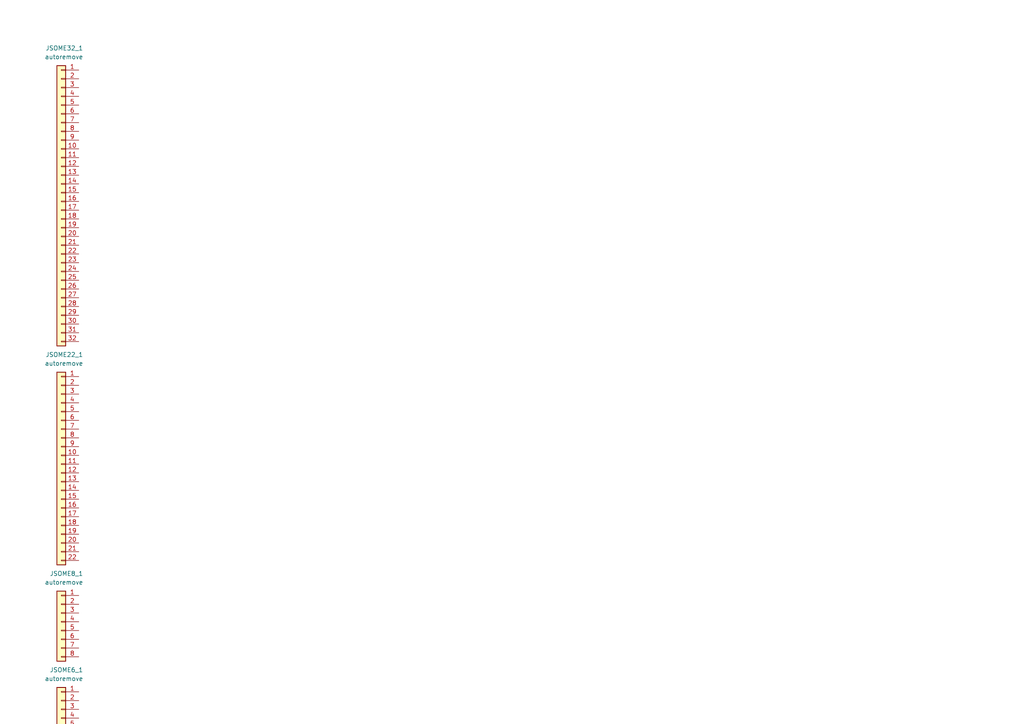
<source format=kicad_sch>
(kicad_sch (version 20230121) (generator eeschema)
  (paper "A4")
  (lib_symbols
    (symbol "Connector_Generic:Conn_01x02" (pin_names (offset 1.016) hide)
      (property "Reference" "J" (at 0 2.54 0))
      (property "Value" "Conn_01x02" (at 0 -5.08 0))
      (symbol "Conn_01x02_1_1"
        (rectangle (start -1.27 -2.413) (end 0 -2.667) (stroke (width 0.1524)))
        (rectangle (start -1.27 0.127) (end 0 -0.127) (stroke (width 0.1524)))
        (rectangle (start -1.27 1.27) (end 1.27 -3.81) (stroke (width 0.254)) (fill (type background)))
        (pin passive line (at -5.08 0 0) (length 3.81) (name "Pin_1") (number "1"))
        (pin passive line (at -5.08 -2.54 0) (length 3.81) (name "Pin_2") (number "2"))
      )
    )
    (symbol "Connector_Generic:Conn_01x04" (pin_names (offset 1.016) hide)
      (property "Reference" "J" (at 0 5.08 0))
      (property "Value" "Conn_01x04" (at 0 -7.62 0))
      (symbol "Conn_01x04_1_1"
        (rectangle (start -1.27 -4.953) (end 0 -5.207) (stroke (width 0.1524)))
        (rectangle (start -1.27 -2.413) (end 0 -2.667) (stroke (width 0.1524)))
        (rectangle (start -1.27 0.127) (end 0 -0.127) (stroke (width 0.1524)))
        (rectangle (start -1.27 2.667) (end 0 2.413) (stroke (width 0.1524)))
        (rectangle (start -1.27 3.81) (end 1.27 -6.35) (stroke (width 0.254)) (fill (type background)))
        (pin passive line (at -5.08 2.54 0) (length 3.81) (name "Pin_1") (number "1"))
        (pin passive line (at -5.08 0 0) (length 3.81) (name "Pin_2") (number "2"))
        (pin passive line (at -5.08 -2.54 0) (length 3.81) (name "Pin_3") (number "3"))
        (pin passive line (at -5.08 -5.08 0) (length 3.81) (name "Pin_4") (number "4"))
      )
    )
    (symbol "Connector_Generic:Conn_01x05" (pin_names (offset 1.016) hide)
      (property "Reference" "J" (at 0 7.62 0))
      (property "Value" "Conn_01x05" (at 0 -7.62 0))
      (symbol "Conn_01x05_1_1"
        (rectangle (start -1.27 -4.953) (end 0 -5.207) (stroke (width 0.1524)))
        (rectangle (start -1.27 -2.413) (end 0 -2.667) (stroke (width 0.1524)))
        (rectangle (start -1.27 0.127) (end 0 -0.127) (stroke (width 0.1524)))
        (rectangle (start -1.27 2.667) (end 0 2.413) (stroke (width 0.1524)))
        (rectangle (start -1.27 5.207) (end 0 4.953) (stroke (width 0.1524)))
        (rectangle (start -1.27 6.35) (end 1.27 -6.35) (stroke (width 0.254)) (fill (type background)))
        (pin passive line (at -5.08 5.08 0) (length 3.81) (name "Pin_1") (number "1"))
        (pin passive line (at -5.08 2.54 0) (length 3.81) (name "Pin_2") (number "2"))
        (pin passive line (at -5.08 0 0) (length 3.81) (name "Pin_3") (number "3"))
        (pin passive line (at -5.08 -2.54 0) (length 3.81) (name "Pin_4") (number "4"))
        (pin passive line (at -5.08 -5.08 0) (length 3.81) (name "Pin_5") (number "5"))
      )
    )
    (symbol "Connector_Generic:Conn_01x06" (pin_names (offset 1.016) hide)
      (property "Reference" "J" (at 0 7.62 0))
      (property "Value" "Conn_01x06" (at 0 -10.16 0))
      (symbol "Conn_01x06_1_1"
        (rectangle (start -1.27 -7.493) (end 0 -7.747) (stroke (width 0.1524)))
        (rectangle (start -1.27 -4.953) (end 0 -5.207) (stroke (width 0.1524)))
        (rectangle (start -1.27 -2.413) (end 0 -2.667) (stroke (width 0.1524)))
        (rectangle (start -1.27 0.127) (end 0 -0.127) (stroke (width 0.1524)))
        (rectangle (start -1.27 2.667) (end 0 2.413) (stroke (width 0.1524)))
        (rectangle (start -1.27 5.207) (end 0 4.953) (stroke (width 0.1524)))
        (rectangle (start -1.27 6.35) (end 1.27 -8.89) (stroke (width 0.254)) (fill (type background)))
        (pin passive line (at -5.08 5.08 0) (length 3.81) (name "Pin_1") (number "1"))
        (pin passive line (at -5.08 2.54 0) (length 3.81) (name "Pin_2") (number "2"))
        (pin passive line (at -5.08 0 0) (length 3.81) (name "Pin_3") (number "3"))
        (pin passive line (at -5.08 -2.54 0) (length 3.81) (name "Pin_4") (number "4"))
        (pin passive line (at -5.08 -5.08 0) (length 3.81) (name "Pin_5") (number "5"))
        (pin passive line (at -5.08 -7.62 0) (length 3.81) (name "Pin_6") (number "6"))
      )
    )
    (symbol "Connector_Generic:Conn_01x08" (pin_names (offset 1.016) hide)
      (property "Reference" "J" (at 0 10.16 0))
      (property "Value" "Conn_01x08" (at 0 -12.7 0))
      (symbol "Conn_01x08_1_1"
        (rectangle (start -1.27 -10.033) (end 0 -10.287) (stroke (width 0.1524)))
        (rectangle (start -1.27 -7.493) (end 0 -7.747) (stroke (width 0.1524)))
        (rectangle (start -1.27 -4.953) (end 0 -5.207) (stroke (width 0.1524)))
        (rectangle (start -1.27 -2.413) (end 0 -2.667) (stroke (width 0.1524)))
        (rectangle (start -1.27 0.127) (end 0 -0.127) (stroke (width 0.1524)))
        (rectangle (start -1.27 2.667) (end 0 2.413) (stroke (width 0.1524)))
        (rectangle (start -1.27 5.207) (end 0 4.953) (stroke (width 0.1524)))
        (rectangle (start -1.27 7.747) (end 0 7.493) (stroke (width 0.1524)))
        (rectangle (start -1.27 8.89) (end 1.27 -11.43) (stroke (width 0.254)) (fill (type background)))
        (pin passive line (at -5.08 7.62 0) (length 3.81) (name "Pin_1") (number "1"))
        (pin passive line (at -5.08 5.08 0) (length 3.81) (name "Pin_2") (number "2"))
        (pin passive line (at -5.08 2.54 0) (length 3.81) (name "Pin_3") (number "3"))
        (pin passive line (at -5.08 0 0) (length 3.81) (name "Pin_4") (number "4"))
        (pin passive line (at -5.08 -2.54 0) (length 3.81) (name "Pin_5") (number "5"))
        (pin passive line (at -5.08 -5.08 0) (length 3.81) (name "Pin_6") (number "6"))
        (pin passive line (at -5.08 -7.62 0) (length 3.81) (name "Pin_7") (number "7"))
        (pin passive line (at -5.08 -10.16 0) (length 3.81) (name "Pin_8") (number "8"))
      )
    )
    (symbol "Connector_Generic:Conn_01x22" (pin_names (offset 1.016) hide)
      (property "Reference" "J" (at 0 27.94 0))
      (property "Value" "Conn_01x22" (at 0 -30.48 0))
      (symbol "Conn_01x22_1_1"
        (rectangle (start -1.27 -27.813) (end 0 -28.067) (stroke (width 0.1524)))
        (rectangle (start -1.27 -25.273) (end 0 -25.527) (stroke (width 0.1524)))
        (rectangle (start -1.27 -22.733) (end 0 -22.987) (stroke (width 0.1524)))
        (rectangle (start -1.27 -20.193) (end 0 -20.447) (stroke (width 0.1524)))
        (rectangle (start -1.27 -17.653) (end 0 -17.907) (stroke (width 0.1524)))
        (rectangle (start -1.27 -15.113) (end 0 -15.367) (stroke (width 0.1524)))
        (rectangle (start -1.27 -12.573) (end 0 -12.827) (stroke (width 0.1524)))
        (rectangle (start -1.27 -10.033) (end 0 -10.287) (stroke (width 0.1524)))
        (rectangle (start -1.27 -7.493) (end 0 -7.747) (stroke (width 0.1524)))
        (rectangle (start -1.27 -4.953) (end 0 -5.207) (stroke (width 0.1524)))
        (rectangle (start -1.27 -2.413) (end 0 -2.667) (stroke (width 0.1524)))
        (rectangle (start -1.27 0.127) (end 0 -0.127) (stroke (width 0.1524)))
        (rectangle (start -1.27 2.667) (end 0 2.413) (stroke (width 0.1524)))
        (rectangle (start -1.27 5.207) (end 0 4.953) (stroke (width 0.1524)))
        (rectangle (start -1.27 7.747) (end 0 7.493) (stroke (width 0.1524)))
        (rectangle (start -1.27 10.287) (end 0 10.033) (stroke (width 0.1524)))
        (rectangle (start -1.27 12.827) (end 0 12.573) (stroke (width 0.1524)))
        (rectangle (start -1.27 15.367) (end 0 15.113) (stroke (width 0.1524)))
        (rectangle (start -1.27 17.907) (end 0 17.653) (stroke (width 0.1524)))
        (rectangle (start -1.27 20.447) (end 0 20.193) (stroke (width 0.1524)))
        (rectangle (start -1.27 22.987) (end 0 22.733) (stroke (width 0.1524)))
        (rectangle (start -1.27 25.527) (end 0 25.273) (stroke (width 0.1524)))
        (rectangle (start -1.27 26.67) (end 1.27 -29.21) (stroke (width 0.254)) (fill (type background)))
        (pin passive line (at -5.08 25.4 0) (length 3.81) (name "Pin_1") (number "1"))
        (pin passive line (at -5.08 2.54 0) (length 3.81) (name "Pin_10") (number "10"))
        (pin passive line (at -5.08 0 0) (length 3.81) (name "Pin_11") (number "11"))
        (pin passive line (at -5.08 -2.54 0) (length 3.81) (name "Pin_12") (number "12"))
        (pin passive line (at -5.08 -5.08 0) (length 3.81) (name "Pin_13") (number "13"))
        (pin passive line (at -5.08 -7.62 0) (length 3.81) (name "Pin_14") (number "14"))
        (pin passive line (at -5.08 -10.16 0) (length 3.81) (name "Pin_15") (number "15"))
        (pin passive line (at -5.08 -12.7 0) (length 3.81) (name "Pin_16") (number "16"))
        (pin passive line (at -5.08 -15.24 0) (length 3.81) (name "Pin_17") (number "17"))
        (pin passive line (at -5.08 -17.78 0) (length 3.81) (name "Pin_18") (number "18"))
        (pin passive line (at -5.08 -20.32 0) (length 3.81) (name "Pin_19") (number "19"))
        (pin passive line (at -5.08 22.86 0) (length 3.81) (name "Pin_2") (number "2"))
        (pin passive line (at -5.08 -22.86 0) (length 3.81) (name "Pin_20") (number "20"))
        (pin passive line (at -5.08 -25.4 0) (length 3.81) (name "Pin_21") (number "21"))
        (pin passive line (at -5.08 -27.94 0) (length 3.81) (name "Pin_22") (number "22"))
        (pin passive line (at -5.08 20.32 0) (length 3.81) (name "Pin_3") (number "3"))
        (pin passive line (at -5.08 17.78 0) (length 3.81) (name "Pin_4") (number "4"))
        (pin passive line (at -5.08 15.24 0) (length 3.81) (name "Pin_5") (number "5"))
        (pin passive line (at -5.08 12.7 0) (length 3.81) (name "Pin_6") (number "6"))
        (pin passive line (at -5.08 10.16 0) (length 3.81) (name "Pin_7") (number "7"))
        (pin passive line (at -5.08 7.62 0) (length 3.81) (name "Pin_8") (number "8"))
        (pin passive line (at -5.08 5.08 0) (length 3.81) (name "Pin_9") (number "9"))
      )
    )
    (symbol "Connector_Generic:Conn_01x32" (pin_names (offset 1.016) hide)
      (property "Reference" "J" (at 0 40.64 0))
      (property "Value" "Conn_01x32" (at 0 -43.18 0))
      (symbol "Conn_01x32_1_1"
        (rectangle (start -1.27 -40.513) (end 0 -40.767) (stroke (width 0.1524)))
        (rectangle (start -1.27 -37.973) (end 0 -38.227) (stroke (width 0.1524)))
        (rectangle (start -1.27 -35.433) (end 0 -35.687) (stroke (width 0.1524)))
        (rectangle (start -1.27 -32.893) (end 0 -33.147) (stroke (width 0.1524)))
        (rectangle (start -1.27 -30.353) (end 0 -30.607) (stroke (width 0.1524)))
        (rectangle (start -1.27 -27.813) (end 0 -28.067) (stroke (width 0.1524)))
        (rectangle (start -1.27 -25.273) (end 0 -25.527) (stroke (width 0.1524)))
        (rectangle (start -1.27 -22.733) (end 0 -22.987) (stroke (width 0.1524)))
        (rectangle (start -1.27 -20.193) (end 0 -20.447) (stroke (width 0.1524)))
        (rectangle (start -1.27 -17.653) (end 0 -17.907) (stroke (width 0.1524)))
        (rectangle (start -1.27 -15.113) (end 0 -15.367) (stroke (width 0.1524)))
        (rectangle (start -1.27 -12.573) (end 0 -12.827) (stroke (width 0.1524)))
        (rectangle (start -1.27 -10.033) (end 0 -10.287) (stroke (width 0.1524)))
        (rectangle (start -1.27 -7.493) (end 0 -7.747) (stroke (width 0.1524)))
        (rectangle (start -1.27 -4.953) (end 0 -5.207) (stroke (width 0.1524)))
        (rectangle (start -1.27 -2.413) (end 0 -2.667) (stroke (width 0.1524)))
        (rectangle (start -1.27 0.127) (end 0 -0.127) (stroke (width 0.1524)))
        (rectangle (start -1.27 2.667) (end 0 2.413) (stroke (width 0.1524)))
        (rectangle (start -1.27 5.207) (end 0 4.953) (stroke (width 0.1524)))
        (rectangle (start -1.27 7.747) (end 0 7.493) (stroke (width 0.1524)))
        (rectangle (start -1.27 10.287) (end 0 10.033) (stroke (width 0.1524)))
        (rectangle (start -1.27 12.827) (end 0 12.573) (stroke (width 0.1524)))
        (rectangle (start -1.27 15.367) (end 0 15.113) (stroke (width 0.1524)))
        (rectangle (start -1.27 17.907) (end 0 17.653) (stroke (width 0.1524)))
        (rectangle (start -1.27 20.447) (end 0 20.193) (stroke (width 0.1524)))
        (rectangle (start -1.27 22.987) (end 0 22.733) (stroke (width 0.1524)))
        (rectangle (start -1.27 25.527) (end 0 25.273) (stroke (width 0.1524)))
        (rectangle (start -1.27 28.067) (end 0 27.813) (stroke (width 0.1524)))
        (rectangle (start -1.27 30.607) (end 0 30.353) (stroke (width 0.1524)))
        (rectangle (start -1.27 33.147) (end 0 32.893) (stroke (width 0.1524)))
        (rectangle (start -1.27 35.687) (end 0 35.433) (stroke (width 0.1524)))
        (rectangle (start -1.27 38.227) (end 0 37.973) (stroke (width 0.1524)))
        (rectangle (start -1.27 39.37) (end 1.27 -41.91) (stroke (width 0.254)) (fill (type background)))
        (pin passive line (at -5.08 38.1 0) (length 3.81) (name "Pin_1") (number "1"))
        (pin passive line (at -5.08 15.24 0) (length 3.81) (name "Pin_10") (number "10"))
        (pin passive line (at -5.08 12.7 0) (length 3.81) (name "Pin_11") (number "11"))
        (pin passive line (at -5.08 10.16 0) (length 3.81) (name "Pin_12") (number "12"))
        (pin passive line (at -5.08 7.62 0) (length 3.81) (name "Pin_13") (number "13"))
        (pin passive line (at -5.08 5.08 0) (length 3.81) (name "Pin_14") (number "14"))
        (pin passive line (at -5.08 2.54 0) (length 3.81) (name "Pin_15") (number "15"))
        (pin passive line (at -5.08 0 0) (length 3.81) (name "Pin_16") (number "16"))
        (pin passive line (at -5.08 -2.54 0) (length 3.81) (name "Pin_17") (number "17"))
        (pin passive line (at -5.08 -5.08 0) (length 3.81) (name "Pin_18") (number "18"))
        (pin passive line (at -5.08 -7.62 0) (length 3.81) (name "Pin_19") (number "19"))
        (pin passive line (at -5.08 35.56 0) (length 3.81) (name "Pin_2") (number "2"))
        (pin passive line (at -5.08 -10.16 0) (length 3.81) (name "Pin_20") (number "20"))
        (pin passive line (at -5.08 -12.7 0) (length 3.81) (name "Pin_21") (number "21"))
        (pin passive line (at -5.08 -15.24 0) (length 3.81) (name "Pin_22") (number "22"))
        (pin passive line (at -5.08 -17.78 0) (length 3.81) (name "Pin_23") (number "23"))
        (pin passive line (at -5.08 -20.32 0) (length 3.81) (name "Pin_24") (number "24"))
        (pin passive line (at -5.08 -22.86 0) (length 3.81) (name "Pin_25") (number "25"))
        (pin passive line (at -5.08 -25.4 0) (length 3.81) (name "Pin_26") (number "26"))
        (pin passive line (at -5.08 -27.94 0) (length 3.81) (name "Pin_27") (number "27"))
        (pin passive line (at -5.08 -30.48 0) (length 3.81) (name "Pin_28") (number "28"))
        (pin passive line (at -5.08 -33.02 0) (length 3.81) (name "Pin_29") (number "29"))
        (pin passive line (at -5.08 33.02 0) (length 3.81) (name "Pin_3") (number "3"))
        (pin passive line (at -5.08 -35.56 0) (length 3.81) (name "Pin_30") (number "30"))
        (pin passive line (at -5.08 -38.1 0) (length 3.81) (name "Pin_31") (number "31"))
        (pin passive line (at -5.08 -40.64 0) (length 3.81) (name "Pin_32") (number "32"))
        (pin passive line (at -5.08 30.48 0) (length 3.81) (name "Pin_4") (number "4"))
        (pin passive line (at -5.08 27.94 0) (length 3.81) (name "Pin_5") (number "5"))
        (pin passive line (at -5.08 25.4 0) (length 3.81) (name "Pin_6") (number "6"))
        (pin passive line (at -5.08 22.86 0) (length 3.81) (name "Pin_7") (number "7"))
        (pin passive line (at -5.08 20.32 0) (length 3.81) (name "Pin_8") (number "8"))
        (pin passive line (at -5.08 17.78 0) (length 3.81) (name "Pin_9") (number "9"))
      )
    )
  )
  (symbol (lib_id "Connector_Generic:Conn_01x02") (at 17.78 283.21 0) (mirror y) (unit 1)
    (property "Reference" "JSOME0_1" (at 21.59 278.13 0) (effects (justify left)))
    (property "Value" "autoremove" (at 22.86 280.67 0) (effects (justify left)))
    (property "Footprint" "Symbol:OSHW-Symbol_6.7x6mm_SilkScreen" (effects hide))
  )
  (symbol (lib_id "Connector_Generic:Conn_01x05") (at 17.78 228.6 0) (mirror y) (unit 1)
    (property "Reference" "JSOME5_1" (at 22.86 217.17 0) (effects (justify left)))
    (property "Value" "autoremove" (at 22.86 219.71 0) (effects (justify left)))
    (property "Footprint" "Symbol:OSHW-Symbol_6.7x6mm_SilkScreen" (effects hide))
  )
  (symbol (lib_id "Connector_Generic:Conn_01x08") (at 17.78 180.34 0) (mirror y) (unit 1)
    (property "Reference" "JSOME8_1" (at 24.13 166.37 0) (effects (justify left)))
    (property "Value" "autoremove" (at 24.13 168.91 0) (effects (justify left)))
    (property "Footprint" "Symbol:OSHW-Symbol_6.7x6mm_SilkScreen" (effects hide))
  )
  (symbol (lib_id "Connector_Generic:Conn_01x06") (at 17.78 205.74 0) (mirror y) (unit 1)
    (property "Reference" "JSOME6_1" (at 24.13 194.31 0) (effects (justify left)))
    (property "Value" "autoremove" (at 24.13 196.85 0) (effects (justify left)))
    (property "Footprint" "Symbol:OSHW-Symbol_6.7x6mm_SilkScreen" (effects hide))
  )
  (symbol (lib_id "Connector_Generic:Conn_01x02") (at 17.78 271.78 0) (mirror y) (unit 1)
    (property "Reference" "JSOME1_1" (at 21.59 266.7 0) (effects (justify left)))
    (property "Value" "autoremove" (at 22.86 269.24 0) (effects (justify left)))
    (property "Footprint" "Symbol:OSHW-Symbol_6.7x6mm_SilkScreen" (effects hide))
  )
  (symbol (lib_id "Connector_Generic:Conn_01x22") (at 17.78 134.62 0) (mirror y) (unit 1)
    (property "Reference" "JSOME22_1" (at 24.13 102.87 0) (effects (justify left)))
    (property "Value" "autoremove" (at 24.13 105.41 0) (effects (justify left)))
    (property "Footprint" "Symbol:OSHW-Symbol_6.7x6mm_SilkScreen" (effects hide))
  )
  (symbol (lib_id "Connector_Generic:Conn_01x04") (at 17.78 246.38 0) (mirror y) (unit 1)
    (property "Reference" "JSOME4_1" (at 24.13 237.49 0) (effects (justify left)))
    (property "Value" "autoremove" (at 24.13 240.03 0) (effects (justify left)))
    (property "Footprint" "Symbol:OSHW-Symbol_6.7x6mm_SilkScreen" (effects hide))
  )
  (symbol (lib_id "Connector_Generic:Conn_01x32") (at 17.78 58.42 0) (mirror y) (unit 1)
    (property "Reference" "JSOME32_1" (at 24.13 13.97 0) (effects (justify left)))
    (property "Value" "autoremove" (at 24.13 16.51 0) (effects (justify left)))
    (property "Footprint" "Symbol:OSHW-Symbol_6.7x6mm_SilkScreen" (effects hide))
  )
  (symbol (lib_id "Connector_Generic:Conn_01x02") (at 17.78 260.35 0) (mirror y) (unit 1)
    (property "Reference" "JSOME2_1" (at 21.59 255.27 0) (effects (justify left)))
    (property "Value" "autoremove" (at 22.86 257.81 0) (effects (justify left)))
    (property "Footprint" "Symbol:OSHW-Symbol_6.7x6mm_SilkScreen" (effects hide))
  )
)
</source>
